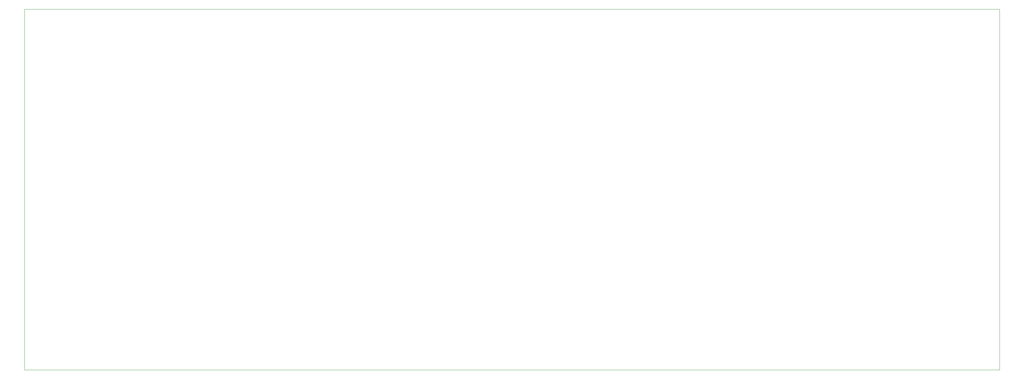
<source format=gbr>
G04 #@! TF.GenerationSoftware,KiCad,Pcbnew,(5.1.5)-3*
G04 #@! TF.CreationDate,2020-05-21T22:52:29+02:00*
G04 #@! TF.ProjectId,eurogen,6575726f-6765-46e2-9e6b-696361645f70,rev?*
G04 #@! TF.SameCoordinates,Original*
G04 #@! TF.FileFunction,Legend,Bot*
G04 #@! TF.FilePolarity,Positive*
%FSLAX46Y46*%
G04 Gerber Fmt 4.6, Leading zero omitted, Abs format (unit mm)*
G04 Created by KiCad (PCBNEW (5.1.5)-3) date 2020-05-21 22:52:29*
%MOMM*%
%LPD*%
G04 APERTURE LIST*
%ADD10C,0.050000*%
G04 APERTURE END LIST*
D10*
X0Y-100000000D02*
X-9000000Y-100000000D01*
X0Y0D02*
X-9000000Y0D01*
X260985000Y0D02*
X260985000Y-100000000D01*
X100000000Y-100000000D02*
X260985000Y-100000000D01*
X100000000Y0D02*
X260985000Y0D01*
X-9000000Y-100000000D02*
X-9000000Y0D01*
X100000000Y-100000000D02*
X0Y-100000000D01*
X0Y0D02*
X100000000Y0D01*
M02*

</source>
